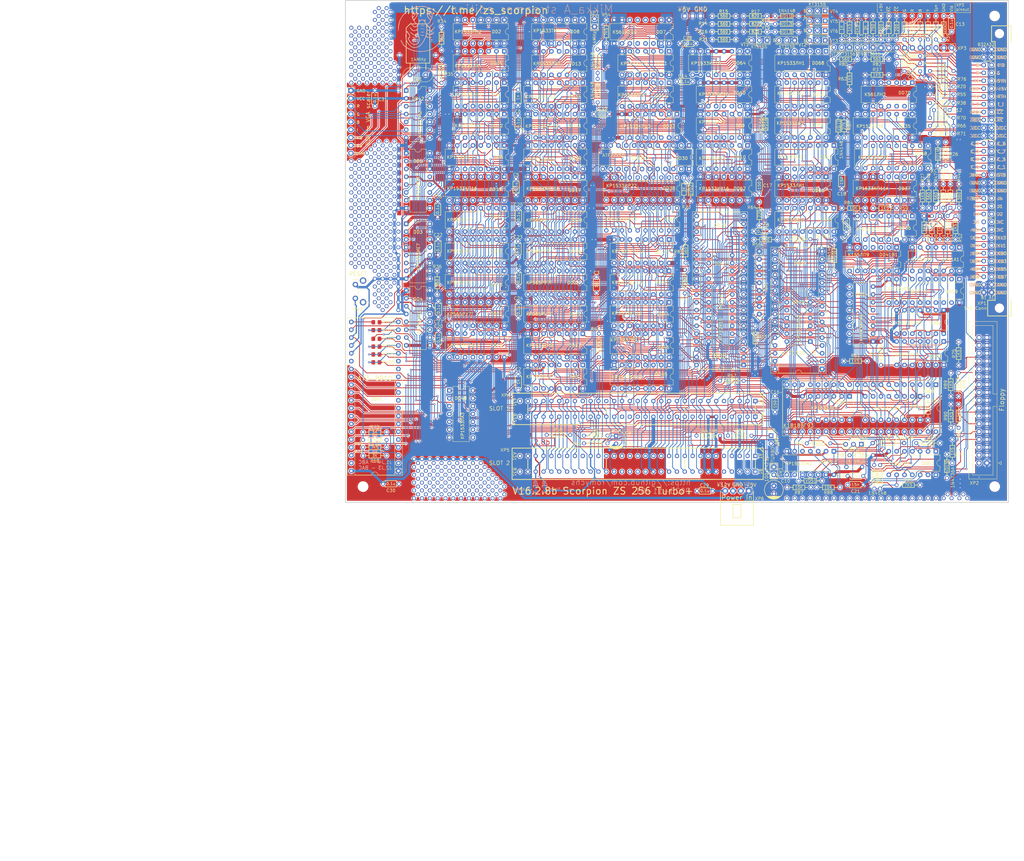
<source format=kicad_pcb>
(kicad_pcb
	(version 20241229)
	(generator "pcbnew")
	(generator_version "9.0")
	(general
		(thickness 1.6)
		(legacy_teardrops no)
	)
	(paper "A3")
	(layers
		(0 "F.Cu" signal "TopLayer")
		(2 "B.Cu" signal "BottomLayer")
		(9 "F.Adhes" user "F.Adhesive")
		(11 "B.Adhes" user "B.Adhesive")
		(13 "F.Paste" user "TopPasteMaskLayer")
		(15 "B.Paste" user "BottomPasteMaskLayer")
		(5 "F.SilkS" user "TopSilkLayer")
		(7 "B.SilkS" user "BottomSilkLayer")
		(1 "F.Mask" user "TopSolderMaskLayer")
		(3 "B.Mask" user "BottomSolderMaskLayer")
		(17 "Dwgs.User" user "Document")
		(19 "Cmts.User" user "User.Comments")
		(21 "Eco1.User" user "Multi-Layer")
		(23 "Eco2.User" user "Mechanical")
		(25 "Edge.Cuts" user "BoardOutLine")
		(27 "Margin" user)
		(31 "F.CrtYd" user "F.Courtyard")
		(29 "B.CrtYd" user "B.Courtyard")
		(35 "F.Fab" user "3DModel")
		(33 "B.Fab" user "BottomAssembly")
		(39 "User.1" user "DRCError")
		(41 "User.2" user)
		(43 "User.3" user "ComponentShapeLayer")
		(45 "User.4" user "LeadShapeLayer")
	)
	(setup
		(stackup
			(layer "F.SilkS"
				(type "Top Silk Screen")
			)
			(layer "F.Paste"
				(type "Top Solder Paste")
			)
			(layer "F.Mask"
				(type "Top Solder Mask")
				(thickness 0.01)
			)
			(layer "F.Cu"
				(type "copper")
				(thickness 0.035)
			)
			(layer "dielectric 1"
				(type "core")
				(thickness 1.51)
				(material "FR4")
				(epsilon_r 4.5)
				(loss_tangent 0.02)
			)
			(layer "B.Cu"
				(type "copper")
				(thickness 0.035)
			)
			(layer "B.Mask"
				(type "Bottom Solder Mask")
				(thickness 0.01)
			)
			(layer "B.Paste"
				(type "Bottom Solder Paste")
			)
			(layer "B.SilkS"
				(type "Bottom Silk Screen")
			)
			(copper_finish "None")
			(dielectric_constraints no)
		)
		(pad_to_mask_clearance 0)
		(allow_soldermask_bridges_in_footprints no)
		(tenting front back)
		(aux_axis_origin 40 30)
		(grid_origin 41.275 80.772)
		(pcbplotparams
			(layerselection 0x00000000_00000000_55555555_5755f5ff)
			(plot_on_all_layers_selection 0x00000000_00000000_00000000_00000000)
			(disableapertmacros no)
			(usegerberextensions no)
			(usegerberattributes yes)
			(usegerberadvancedattributes yes)
			(creategerberjobfile yes)
			(dashed_line_dash_ratio 12.000000)
			(dashed_line_gap_ratio 3.000000)
			(svgprecision 4)
			(plotframeref no)
			(mode 1)
			(useauxorigin no)
			(hpglpennumber 1)
			(hpglpenspeed 20)
			(hpglpendiameter 15.000000)
			(pdf_front_fp_property_popups yes)
			(pdf_back_fp_property_popups yes)
			(pdf_metadata yes)
			(pdf_single_document no)
			(dxfpolygonmode yes)
			(dxfimperialunits yes)
			(dxfusepcbnewfont yes)
			(psnegative no)
			(psa4output no)
			(plot_black_and_white yes)
			(sketchpadsonfab no)
			(plotpadnumbers no)
			(hidednponfab no)
			(sketchdnponfab yes)
			(crossoutdnponfab yes)
			(subtractmaskfromsilk no)
			(outputformat 1)
			(mirror no)
			(drillshape 0)
			(scaleselection 1)
			(outputdirectory "gerber/")
		)
	)
	(net 0 "")
	(net 1 "VCC")
	(net 2 "GND")
	(net 3 "/+12")
	(net 4 "/~{BC}")
	(net 5 "Net-(DD52-~{Y3})")
	(net 6 "Net-(DD52-~{Y1})")
	(net 7 "/~{RES}")
	(net 8 "/T_OUT")
	(net 9 "Net-(C11-Pad2)")
	(net 10 "Net-(C12-Pad2)")
	(net 11 "/T_IN")
	(net 12 "Net-(C13-Pad1)")
	(net 13 "/ROM")
	(net 14 "Net-(DD50.1-~{S})")
	(net 15 "Net-(DD60-WD)")
	(net 16 "+12V")
	(net 17 "/~{H1M}")
	(net 18 "/H1M")
	(net 19 "Net-(DD1.2-1)")
	(net 20 "/~{H2}")
	(net 21 "/14M")
	(net 22 "Net-(DD1.2-2)")
	(net 23 "Net-(DD1.6-3)")
	(net 24 "/H2")
	(net 25 "/H6")
	(net 26 "/H4")
	(net 27 "/~{H6}")
	(net 28 "unconnected-(DD2.2-~{Q}-Pad8)")
	(net 29 "/~{KC}")
	(net 30 "/CLK")
	(net 31 "/~{CLK}")
	(net 32 "/INT1")
	(net 33 "/H3")
	(net 34 "unconnected-(DD3-~{B}-Pad13)")
	(net 35 "/H0")
	(net 36 "Net-(DD3-~{P})")
	(net 37 "/H1")
	(net 38 "/H7")
	(net 39 "/H5")
	(net 40 "Net-(DD14.2-2)")
	(net 41 "Net-(DD14.2-3)")
	(net 42 "unconnected-(DD4-~{B}-Pad13)")
	(net 43 "Net-(DD5-~{P})")
	(net 44 "/~{BK}")
	(net 45 "/V0")
	(net 46 "/V3")
	(net 47 "Net-(DD12.3-3)")
	(net 48 "unconnected-(DD5-~{B}-Pad13)")
	(net 49 "/V1")
	(net 50 "/V2")
	(net 51 "/V4")
	(net 52 "/V7")
	(net 53 "/V6")
	(net 54 "/V5")
	(net 55 "unconnected-(DD6-~{B}-Pad13)")
	(net 56 "unconnected-(DD6-~{P}-Pad12)")
	(net 57 "unconnected-(DD7.1-Q0-Pad3)")
	(net 58 "unconnected-(DD7.2-Q2-Pad13)")
	(net 59 "Net-(DD7.1-Q3)")
	(net 60 "unconnected-(DD7.2-Q3-Pad14)")
	(net 61 "unconnected-(DD7.2-Q1-Pad12)")
	(net 62 "unconnected-(DD7.1-Q2-Pad5)")
	(net 63 "unconnected-(DD7.1-Q1-Pad4)")
	(net 64 "/FLASH")
	(net 65 "Net-(DD14.2-1)")
	(net 66 "Net-(DD8.2-D)")
	(net 67 "Net-(DD9.1-~{S})")
	(net 68 "/2M")
	(net 69 "unconnected-(DD9.1-~{Q}-Pad6)")
	(net 70 "Net-(DD55.2-~{Q})")
	(net 71 "Net-(DD9.2-Q)")
	(net 72 "/CLKWG")
	(net 73 "/TRB")
	(net 74 "/RAMM1")
	(net 75 "Net-(DD10.1-1)")
	(net 76 "/~{M1}")
	(net 77 "/~{RD}")
	(net 78 "/~{RAM}")
	(net 79 "/WRFE")
	(net 80 "Net-(DD10.2-1)")
	(net 81 "Net-(DD10.2-2)")
	(net 82 "/RDMEM")
	(net 83 "/~{WR}")
	(net 84 "Net-(DD10.2-3)")
	(net 85 "/~{MREQ}")
	(net 86 "Net-(DD43-SE)")
	(net 87 "/~{CAS}")
	(net 88 "Net-(DD11.2-3)")
	(net 89 "/RAS")
	(net 90 "Net-(VD3-A)")
	(net 91 "/~{RAS}")
	(net 92 "/INF")
	(net 93 "/~{CSR}")
	(net 94 "unconnected-(DD12.2-2-Pad5)")
	(net 95 "unconnected-(DD12.2-3-Pad6)")
	(net 96 "Net-(DD12.4-3)")
	(net 97 "/~{RFSH}")
	(net 98 "unconnected-(DD12.2-1-Pad4)")
	(net 99 "/A0")
	(net 100 "Net-(DD13.3-3)")
	(net 101 "/~{BRD}")
	(net 102 "Net-(DD13.4-3)")
	(net 103 "Net-(DD31.3-I3)")
	(net 104 "Net-(DD14.4-3)")
	(net 105 "Net-(DD14.3-2)")
	(net 106 "Net-(DD14-Pad3)")
	(net 107 "Net-(DD66.4-3)")
	(net 108 "/~{WRPRT}")
	(net 109 "/CSFF")
	(net 110 "/MA0")
	(net 111 "/A2")
	(net 112 "/MA2")
	(net 113 "/A1")
	(net 114 "/MA3")
	(net 115 "/A9")
	(net 116 "/MA1")
	(net 117 "/A3")
	(net 118 "/A11")
	(net 119 "/a0'")
	(net 120 "/A10")
	(net 121 "/a14'")
	(net 122 "/MA5")
	(net 123 "/A5")
	(net 124 "/A7")
	(net 125 "/MA4")
	(net 126 "/A13")
	(net 127 "/a15'")
	(net 128 "/A4")
	(net 129 "/A6")
	(net 130 "/MA6")
	(net 131 "/A12")
	(net 132 "/MA7")
	(net 133 "/SCR")
	(net 134 "Net-(DD18-B2)")
	(net 135 "Net-(DD18-B3)")
	(net 136 "Net-(DD18-B1)")
	(net 137 "/ARF")
	(net 138 "/D2")
	(net 139 "/~{IORQ}")
	(net 140 "/A8")
	(net 141 "/D3")
	(net 142 "/~{WAIT}")
	(net 143 "/D4")
	(net 144 "/~{BAK}")
	(net 145 "/A15")
	(net 146 "/~{BRQ}")
	(net 147 "/CLKCPU")
	(net 148 "/D5")
	(net 149 "/~{INT}")
	(net 150 "/~{NMI}")
	(net 151 "/D0")
	(net 152 "/~{HALT}")
	(net 153 "/D1")
	(net 154 "/D7")
	(net 155 "/D6")
	(net 156 "/A14")
	(net 157 "/MA8")
	(net 158 "/~{WE}")
	(net 159 "/MD0")
	(net 160 "/MD1")
	(net 161 "/MD2")
	(net 162 "/MD3")
	(net 163 "/MD4")
	(net 164 "/MD5")
	(net 165 "/MD6")
	(net 166 "/MD7")
	(net 167 "/A17")
	(net 168 "/A16")
	(net 169 "/CS27")
	(net 170 "/~{RDR}")
	(net 171 "/CS1")
	(net 172 "/WR_EN")
	(net 173 "/~{WRBFR}")
	(net 174 "unconnected-(DD30-IN-Pad2)")
	(net 175 "unconnected-(DD30-I{slash}O-Pad23)")
	(net 176 "unconnected-(DD30-I{slash}O-Pad15)")
	(net 177 "Net-(VD2-K)")
	(net 178 "unconnected-(DD30-I{slash}O-Pad18)")
	(net 179 "/~{CC}")
	(net 180 "/LSCR")
	(net 181 "/CSFD")
	(net 182 "Net-(DD32-~{E1})")
	(net 183 "Net-(DD32-~{Y3})")
	(net 184 "unconnected-(DD32-~{Y0}-Pad15)")
	(net 185 "unconnected-(DD32-~{Y2}-Pad13)")
	(net 186 "Net-(DD32-~{Y7})")
	(net 187 "/~{IORQGE}")
	(net 188 "unconnected-(DD32-~{Y4}-Pad11)")
	(net 189 "/BR")
	(net 190 "/I0")
	(net 191 "/INV")
	(net 192 "/BRD0")
	(net 193 "/BRD1")
	(net 194 "/I1")
	(net 195 "/BRD2")
	(net 196 "/P2")
	(net 197 "/I2")
	(net 198 "/P0")
	(net 199 "/P1")
	(net 200 "Net-(DD35-Q3)")
	(net 201 "Net-(DD35-Q1)")
	(net 202 "unconnected-(DD35-Q5-Pad12)")
	(net 203 "/KL3")
	(net 204 "/J2")
	(net 205 "/J1")
	(net 206 "/J0")
	(net 207 "/KL1")
	(net 208 "/KL2")
	(net 209 "/KL0")
	(net 210 "/J3")
	(net 211 "/~{CSKB}")
	(net 212 "/TIN")
	(net 213 "/DSR5")
	(net 214 "/INR")
	(net 215 "/KL4")
	(net 216 "/DRQ")
	(net 217 "/BUSY")
	(net 218 "/J4")
	(net 219 "Net-(DD39-DO)")
	(net 220 "unconnected-(DD40-Q1-Pad12)")
	(net 221 "unconnected-(DD40-Q2-Pad11)")
	(net 222 "unconnected-(DD40-Q0-Pad13)")
	(net 223 "unconnected-(DD41-I{slash}O-Pad14)")
	(net 224 "unconnected-(DD41-IN-Pad13)")
	(net 225 "unconnected-(DD41-I{slash}O-Pad16)")
	(net 226 "/KB2")
	(net 227 "/KB1")
	(net 228 "/SID")
	(net 229 "unconnected-(DD41A1-Pad2)")
	(net 230 "Net-(DD41A1.5-1)")
	(net 231 "/KB7")
	(net 232 "/KB0")
	(net 233 "unconnected-(DD41A1-Pad1)")
	(net 234 "/KB3")
	(net 235 "unconnected-(DD41B1.3-1-Pad5)")
	(net 236 "unconnected-(DD41B1.2-2-Pad4)")
	(net 237 "/KB4")
	(net 238 "/KB5")
	(net 239 "unconnected-(DD41B1.2-1-Pad3)")
	(net 240 "unconnected-(DD41B1.3-2-Pad6)")
	(net 241 "/KB6")
	(net 242 "Net-(DD42.1-Q)")
	(net 243 "unconnected-(DD42.2-Q-Pad9)")
	(net 244 "Net-(DD42.1-С)")
	(net 245 "unconnected-(DD42.1-~{Q}-Pad6)")
	(net 246 "/Y")
	(net 247 "/G")
	(net 248 "/R")
	(net 249 "/B")
	(net 250 "Net-(DD44-Y4)")
	(net 251 "Net-(DD44-A{slash}~{B})")
	(net 252 "/B3")
	(net 253 "/B0")
	(net 254 "/B1")
	(net 255 "/B2")
	(net 256 "Net-(DD45-B0)")
	(net 257 "Net-(DD45-B)")
	(net 258 "/WR_7FFD")
	(net 259 "/ROM1")
	(net 260 "Net-(DD47-Q2)")
	(net 261 "/TX")
	(net 262 "Net-(DD47-Q5)")
	(net 263 "Net-(DD47-Q1)")
	(net 264 "/WR_1FFD")
	(net 265 "unconnected-(DD47-Q3-Pad7)")
	(net 266 "/RD_FFFD")
	(net 267 "unconnected-(DD48.3-2-Pad10)")
	(net 268 "/WR_BFFD")
	(net 269 "/WR_FFFD")
	(net 270 "unconnected-(DD48.3-1-Pad9)")
	(net 271 "/SC18")
	(net 272 "/SC20")
	(net 273 "unconnected-(DD48.3-3-Pad8)")
	(net 274 "Net-(DD49-Pad8)")
	(net 275 "Net-(DD67.1-O)")
	(net 276 "/MG")
	(net 277 "Net-(DD50.1-D)")
	(net 278 "Net-(DD50.2-Q)")
	(net 279 "/~{DOS}")
	(net 280 "/DOS")
	(net 281 "Net-(DD51-IOA0)")
	(net 282 "Net-(DD51-IOA4)")
	(net 283 "unconnected-(DD51-IOA7-Pad14)")
	(net 284 "unconnected-(DD51-IOA6-Pad15)")
	(net 285 "Net-(DD51-ACB)")
	(net 286 "Net-(DD51-ACA)")
	(net 287 "Net-(DD51-IOA2)")
	(net 288 "Net-(DD51-IOA3)")
	(net 289 "Net-(DD51-IOA1)")
	(net 290 "Net-(DD51-IOA5)")
	(net 291 "Net-(DD51-ACC)")
	(net 292 "unconnected-(DD52-~{Y5}-Pad10)")
	(net 293 "/Q2")
	(net 294 "/RWD")
	(net 295 "/Q1")
	(net 296 "Net-(DD54-Q1)")
	(net 297 "/Q4")
	(net 298 "Net-(DD54-Q6)")
	(net 299 "/8M")
	(net 300 "Net-(DD54-Q2)")
	(net 301 "Net-(DD54-Q3)")
	(net 302 "/Q3")
	(net 303 "Net-(DD54-D5)")
	(net 304 "Net-(DD54-Q4)")
	(net 305 "/VF")
	(net 306 "unconnected-(DD55.2-Q-Pad9)")
	(net 307 "Net-(DD55.2-D)")
	(net 308 "/STP")
	(net 309 "Net-(DD55.1-~{Q})")
	(net 310 "unconnected-(DD55.1-Q-Pad5)")
	(net 311 "unconnected-(DD56.2-Q-Pad9)")
	(net 312 "/S")
	(net 313 "unconnected-(DD56.1-Q-Pad5)")
	(net 314 "Net-(DD56.2-С)")
	(net 315 "unconnected-(DD57-Q1-Pad2)")
	(net 316 "Net-(DD57-Q6)")
	(net 317 "Net-(DD57-Q2)")
	(net 318 "Net-(DD57-Q4)")
	(net 319 "Net-(DD57-Q3)")
	(net 320 "/TM9")
	(net 321 "/Centr_6")
	(net 322 "/Centr_5")
	(net 323 "/Centr_0")
	(net 324 "/Centr_1")
	(net 325 "/Centr_4")
	(net 326 "/Centr_2")
	(net 327 "/Centr_7")
	(net 328 "/Centr_3")
	(net 329 "unconnected-(DD59-I{slash}O-Pad16)")
	(net 330 "unconnected-(DD59-I2-Pad3)")
	(net 331 "unconnected-(DD59-I{slash}CLK-Pad1)")
	(net 332 "unconnected-(DD59-I9{slash}~{OE}-Pad11)")
	(net 333 "unconnected-(DD59-I3-Pad4)")
	(net 334 "unconnected-(DD59-I{slash}O-Pad18)")
	(net 335 "unconnected-(DD59-I{slash}O-Pad19)")
	(net 336 "unconnected-(DD59-I1-Pad2)")
	(net 337 "unconnected-(DD59-I{slash}O-Pad17)")
	(net 338 "/CS93")
	(net 339 "/TR0")
	(net 340 "/WRP")
	(net 341 "Net-(DD60-WG)")
	(net 342 "Net-(DD60-CRDY)")
	(net 343 "unconnected-(DD60-T43-Pad29)")
	(net 344 "/IND")
	(net 345 "Net-(DD60-STP)")
	(net 346 "Net-(DD60-DIR)")
	(net 347 "Net-(DD61.3-1)")
	(net 348 "/MOT")
	(net 349 "Net-(DD61.4-1)")
	(net 350 "/WPG")
	(net 351 "/DIR")
	(net 352 "/STB")
	(net 353 "/DAT")
	(net 354 "unconnected-(DD62-Q1-Pad12)")
	(net 355 "unconnected-(DD62-Q0-Pad13)")
	(net 356 "unconnected-(DD62-Q2-Pad11)")
	(net 357 "/4M")
	(net 358 "/RDT")
	(net 359 "Net-(DD63.2-3)")
	(net 360 "/DS0")
	(net 361 "/DS1")
	(net 362 "unconnected-(DD64-P2-Pad15)")
	(net 363 "/1M")
	(net 364 "Net-(DD65-~{Y5})")
	(net 365 "unconnected-(DD65-~{Y0}-Pad15)")
	(net 366 "unconnected-(DD65-~{Y2}-Pad13)")
	(net 367 "Net-(DD65-~{Y1})")
	(net 368 "unconnected-(DD65-~{Y4}-Pad11)")
	(net 369 "unconnected-(DD65-~{Y6}-Pad9)")
	(net 370 "/CSRD")
	(net 371 "Net-(DD66.2-1)")
	(net 372 "/RB")
	(net 373 "unconnected-(DD68-Pad1)")
	(net 374 "unconnected-(DD68.3-2-Pad6)")
	(net 375 "unconnected-(DD68.2-2-Pad4)")
	(net 376 "unconnected-(DD68.2-1-Pad3)")
	(net 377 "Net-(DD68.4-2)")
	(net 378 "unconnected-(DD68-Pad2)")
	(net 379 "unconnected-(DD68.3-1-Pad5)")
	(net 380 "Net-(DD68.5-2)")
	(net 381 "unconnected-(DD70.6-I-Pad13)")
	(net 382 "Net-(DD70.2-O)")
	(net 383 "Net-(DD70.3-O)")
	(net 384 "unconnected-(DD70.6-O-Pad12)")
	(net 385 "Net-(DD70.1-O)")
	(net 386 "Net-(DD70.2-I)")
	(net 387 "Net-(DD70.1-I)")
	(net 388 "Net-(J1-Pad2)")
	(net 389 "Net-(J2-Pad2)")
	(net 390 "/+5V_NEMO")
	(net 391 "/+12V_NEMO")
	(net 392 "Net-(VD6-A)")
	(net 393 "Net-(VT5-E)")
	(net 394 "/Go")
	(net 395 "Net-(VT6-E)")
	(net 396 "/Ro")
	(net 397 "Net-(VT4-E)")
	(net 398 "/Bo")
	(net 399 "Net-(VT3-E)")
	(net 400 "/VIDEO")
	(net 401 "Net-(VT1-C)")
	(net 402 "Net-(VD11-A)")
	(net 403 "Net-(VD12-A)")
	(net 404 "Net-(VD13-A)")
	(net 405 "Net-(VD11-K)")
	(net 406 "Net-(VD12-K)")
	(net 407 "Net-(VD13-K)")
	(net 408 "/SYNC")
	(net 409 "Net-(VT1-B)")
	(net 410 "/DSR")
	(net 411 "Net-(VT7-B)")
	(net 412 "Net-(VT9-B)")
	(net 413 "/AUDIO")
	(net 414 "/RTH")
	(net 415 "/LFT")
	(net 416 "/TxD")
	(net 417 "/-5V")
	(net 418 "Net-(VT7-C)")
	(net 419 "Net-(VT9-C)")
	(net 420 "Net-(VD8-A)")
	(net 421 "unconnected-(XP2-Pad4)")
	(net 422 "unconnected-(XP2-Pad34)")
	(net 423 "unconnected-(XP2-Pad14)")
	(net 424 "unconnected-(XP2-Pad2)")
	(net 425 "unconnected-(XP2-Pad6)")
	(net 426 "unconnected-(XP4-18-PadB18)")
	(net 427 "unconnected-(XP4-17-PadB17)")
	(net 428 "unconnected-(XP4-20-PadA20)")
	(net 429 "unconnected-(XP4-23-PadA23)")
	(net 430 "unconnected-(XP4-5-PadA5)")
	(net 431 "unconnected-(XP4-5-PadB5)")
	(net 432 "unconnected-(XP4-16-PadB16)")
	(net 433 "unconnected-(XP5-16-PadB16)")
	(net 434 "unconnected-(XP5-23-PadA23)")
	(net 435 "unconnected-(XP5-5-PadA5)")
	(net 436 "unconnected-(XP5-5-PadB5)")
	(net 437 "unconnected-(XP5-17-PadB17)")
	(net 438 "unconnected-(XP5-20-PadA20)")
	(net 439 "unconnected-(XP5-18-PadB18)")
	(net 440 "Net-(VT10-E)")
	(net 441 "Net-(VT10-B)")
	(net 442 "unconnected-(XP1-9-PadA9)")
	(net 443 "unconnected-(XP1-10-PadA10)")
	(net 444 "unconnected-(XP1-10-PadB10)")
	(footprint "Scorpion:" (layer "F.Cu") (at 46.995 89.6594 90))
	(footprint "Scorpion:" (layer "F.Cu") (at 44.455 89.6594 90))
	(footprint "Scorpion:RES_0.125W_P7.62" (layer "F.Cu") (at 179.837 107.4674 180))
	(footprint "Scorpion:" (layer "F.Cu") (at 48.265 116.3294))
	(footprint "Scorpion:" (layer "F.Cu") (at 83.825 189.9894))
	(footprint "Scorpion:" (layer "F.Cu") (at 82.555 186.1794))
	(footprint "Scorpion:" (layer "F.Cu") (at 50.805 45.2094))
	(footprint "Scorpion:Test-Point-TH-1.3-0.8" (layer "F.Cu") (at 49.535 107.4394 90))
	(footprint "Scorpion:" (layer "F.Cu") (at 45.725 98.5494 90))
	(footprint "Scorpion:" (layer "F.Cu") (at 49.535 94.7394 90))
	(footprint "Scorpion:" (layer "F.Cu") (at 52.075 56.6394))
	(footprint "Scorpion:" (layer "F.Cu") (at 54.615 41.3994))
	(footprint "Scorpion:PinSocket_1x09_P2.54mm_Vertical" (layer "F.Cu") (at 41.788 59.1794))
	(footprint "Scorpion:" (layer "F.Cu") (at 57.155 56.6394))
	(footprint "Scorpion:DIP-14_W7.62mm" (layer "F.Cu") (at 144.785 56.6648 -90))
	(footprint "Scorpion:" (layer "F.Cu") (at 50.805 52.8294))
	(footprint "Scorpion:" (layer "F.Cu") (at 49.535 120.1394))
	(footprint "Scorpion:" (layer "F.Cu") (at 82.555 178.5594))
	(footprint "Scorpion:RES_0.125W_P7.62" (layer "F.Cu") (at 163.83 170.9674))
	(footprint "Scorpion:" (layer "F.Cu") (at 86.365 182.3694))
	(footprint "Scorpion:" (layer "F.Cu") (at 53.345 85.8494 90))
	(footprint "Scorpion:" (layer "F.Cu") (at 57.155 102.3594))
	(footprint "Scorpion:RES_0.125W_P7.62" (layer "F.Cu") (at 238.633 97.1524 90))
	(footprint "Scorpion:" (layer "F.Cu") (at 80.015 186.1794))
	(footprint "Scorpion:" (layer "F.Cu") (at 46.995 102.3594 90))
	(footprint "Scorpion:CAP-TH_L5.08" (layer "F.Cu") (at 200.66 90.9294 90))
	(footprint "Scorpion:" (layer "F.Cu") (at 57.155 115.0594))
	(footprint "Scorpion:" (layer "F.Cu") (at 80.015 191.2594))
	(footprint "Scorpion:" (layer "F.Cu") (at 190.505 191.2594))
	(footprint "Scorpion:" (layer "F.Cu") (at 43.185 47.7494))
	(footprint "Scorpion:" (layer "F.Cu") (at 41.915 92.1994 90))
	(footprint "Scorpion:" (layer "F.Cu") (at 46.995 84.5794 90))
	(footprint "Scorpion:" (layer "F.Cu") (at 54.615 82.0394 90))
	(footprint "Scorpion:CAP-TH_L5.08" (layer "F.Cu") (at 121.285 119.6594 -90))
	(footprint "Scorpion:" (layer "F.Cu") (at 50.805 32.5094))
	(footprint "Scorpion:" (layer "F.Cu") (at 53.345 42.6694))
	(footprint "Scorpion:Test-Point-TH-1.3-0.8" (layer "F.Cu") (at 64.775 188.7194))
	(footprint "Scorpion:" (layer "F.Cu") (at 41.915 46.4794))
	(footprint "Scorpion:" (layer "F.Cu") (at 54.615 127.7594))
	(footprint "Scorpion:Test-Point-TH-1.3-0.8" (layer "F.Cu") (at 44.455 109.9794 90))
	(footprint "Scorpion:DIODE_TH_7.62" (layer "F.Cu") (at 190.5 107.3404 180))
	(footprint "Scorpion:SL62_P2.54_R2" (layer "F.Cu") (at 134.656 162.3034 -90))
	(footprint "Scorpion:CAP-TH_L5.08" (layer "F.Cu") (at 52.202 186.5604))
	(footprint "Scorpion:Test-Point-TH-1.3-0.8" (layer "F.Cu") (at 50.805 106.1694 90))
	(footprint "Scorpion:" (layer "F.Cu") (at 78.745 189.9894))
	(footprint "Scorpion:" (layer "F.Cu") (at 50.805 93.4694 90))
	(footprint "Scorpion:" (layer "F.Cu") (at 55.885 103.6294))
	(footprint "Scorpion:DIP-14_W7.62mm" (layer "F.Cu") (at 170.185 66.8248 -90))
	(footprint "Scorpion:" (layer "F.Cu") (at 41.915 43.9394))
	(footprint "Scorpion:" (layer "F.Cu") (at 49.535 97.2794 90))
	(footprint "Scorpion:HDR-2P-M-P2.54" (layer "F.Cu") (at 120.65 37.2364 90))
	(footprint "Scorpion:" (layer "F.Cu") (at 91.445 189.9894))
	(footprint "Scorpion:Test-Point-TH-1.3-0.8" (layer "F.Cu") (at 49.535 104.8994 90))
	(footprint "Scorpion:" (layer "F.Cu") (at 48.265 45.2094))
	(footprint "Scorpion:" (layer "F.Cu") (at 52.075 46.4794))
	(footprint "Scorpion:DIP-16_W7.62mm" (layer "F.Cu") (at 116.845 66.8248 -90))
	(footprint "Scorpion:" (layer "F.Cu") (at 53.345 52.8294))
	(footprint "Scorpion:" (layer "F.Cu") (at 77.475 181.0994))
	(footprint "Scorpion:" (layer "F.Cu") (at 44.455 87.1194 90))
	(footprint "Scorpion:" (layer "F.Cu") (at 50.805 96.0094 90))
	(footprint "Scorpion:" (layer "F.Cu") (at 49.535 84.5794 90))
	(footprint "Scorpion:DIODE_TH_7.62" (layer "F.Cu") (at 231.775 75.9714 -90))
	(footprint "Scorpion:" (layer "F.Cu") (at 49.535 49.0194))
	(footprint "Scorpion:" (layer "F.Cu") (at 43.185 42.6694))
	(footprint "Scorpion:" (layer "F.Cu") (at 44.455 54.0994))
	(footprint "Scorpion:" (layer "F.Cu") (at 88.905 187.4494))
	(footprint "Scorpion:" (layer "F.Cu") (at 46.995 49.0194))
	(footprint "Scorpion:D-TH_LED_P2.54" (layer "F.Cu") (at 177.8 170.9674 -90))
	(footprint "Scorpion:" (layer "F.Cu") (at 48.265 113.7894))
	(footprint "Scorpion:" (layer "F.Cu") (at 203.205 191.2594))
	(footprint "Scorpion:Test-Point-TH-1.3-0.8" (layer "F.Cu") (at 54.615 104.8994 90))
	(footprint "Scorpion:" (layer "F.Cu") (at 50.805 123.9494))
	(footprint "Scorpion:" (layer "F.Cu") (at 43.185 101.0894 90))
	(footprint "Scorpion:Test-Point-TH-1.3-0.8" (layer "F.Cu") (at 66.045 189.9894))
	(footprint "Scorpion:" (layer "F.Cu") (at 45.725 113.7894))
	(footprint "Scorpion:" (layer "F.Cu") (at 220.985 191.2594))
	(footprint "Scorpion:DIODE-TH_P11.43" (layer "F.Cu") (at 198.247 118.8974 90))
	(footprint "Scorpion:" (layer "F.Cu") (at 68.585 184.9094))
	(footprint "Scorpion:DIP-16_W7.62mm" (layer "F.Cu") (at 144.785 137.9448 -90))
	(footprint "Scorpion:" (layer "F.Cu") (at 57.155 104.8994))
	(footprint "Scorpion:"
		(layer "F.Cu")
		(uuid "1be6950c-26f8-411a-b0b5-7a729d0168fc")
		(at 57.155 51.5594)
		(property "Reference" ""
			(at 0 0 0)
			(layer "F.SilkS")
			(uuid "92fb0a9a-9134-40f0-8cbe-485d3fbc6fd7")
			(effects
				(font
					(size 1.27 1.27)
					(thickness 0.15)
				)
			)
		)
		(property "Value" ""
			(at 0 0 0)
			(layer "F.Fab")
			(uuid "9624b2e4-5724-405a-ae0e-99b8dc69f5a4")
			(effects
				(font
					(size 1.27 1.27)
					(thickness 0.15)
				)
			)
		)
		(property "Datasheet" ""
			(at 0 0 0)
			(layer "F.Fab")
			(hide yes)
			(uuid "1c82abd4-fa2e-4977
... [5407857 chars truncated]
</source>
